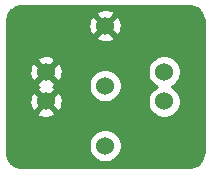
<source format=gbr>
%TF.GenerationSoftware,KiCad,Pcbnew,5.1.9+dfsg1-1+deb11u1*%
%TF.CreationDate,2023-07-29T18:46:00+09:00*%
%TF.ProjectId,probe-mount,70726f62-652d-46d6-9f75-6e742e6b6963,rev?*%
%TF.SameCoordinates,Original*%
%TF.FileFunction,Copper,L1,Top*%
%TF.FilePolarity,Positive*%
%FSLAX46Y46*%
G04 Gerber Fmt 4.6, Leading zero omitted, Abs format (unit mm)*
G04 Created by KiCad (PCBNEW 5.1.9+dfsg1-1+deb11u1) date 2023-07-29 18:46:00*
%MOMM*%
%LPD*%
G01*
G04 APERTURE LIST*
%TA.AperFunction,ComponentPad*%
%ADD10C,1.524000*%
%TD*%
%TA.AperFunction,Conductor*%
%ADD11C,0.254000*%
%TD*%
%TA.AperFunction,Conductor*%
%ADD12C,0.100000*%
%TD*%
G04 APERTURE END LIST*
D10*
%TO.P,J1,1*%
%TO.N,Net-(J1-Pad1)*%
X142500000Y-126250000D03*
%TO.P,J1,2*%
X142500000Y-123750000D03*
%TD*%
%TO.P,J2,2*%
%TO.N,Net-(J2-Pad1)*%
X152500000Y-123750000D03*
%TO.P,J2,1*%
X152500000Y-126250000D03*
%TD*%
%TO.P,J3,1*%
%TO.N,Net-(J1-Pad1)*%
X147500000Y-119840000D03*
%TO.P,J3,3*%
%TO.N,Net-(J3-Pad3)*%
X147500000Y-124920000D03*
%TO.P,J3,2*%
%TO.N,Net-(J2-Pad1)*%
X147500000Y-130000000D03*
%TD*%
D11*
%TO.N,Net-(J1-Pad1)*%
X154762684Y-118173358D02*
X155015356Y-118249645D01*
X155248406Y-118373559D01*
X155452945Y-118540378D01*
X155621190Y-118743751D01*
X155746726Y-118975924D01*
X155830543Y-119246694D01*
X155839999Y-119304047D01*
X155840001Y-130467711D01*
X155811375Y-130759660D01*
X155735965Y-131009429D01*
X155613477Y-131239794D01*
X155448579Y-131441979D01*
X155247546Y-131608288D01*
X155018046Y-131732378D01*
X154768805Y-131809531D01*
X154478911Y-131840000D01*
X140532279Y-131840000D01*
X140240340Y-131811375D01*
X139990571Y-131735965D01*
X139760206Y-131613477D01*
X139558021Y-131448579D01*
X139391712Y-131247546D01*
X139267622Y-131018046D01*
X139190469Y-130768805D01*
X139160000Y-130478911D01*
X139160000Y-129862408D01*
X146103000Y-129862408D01*
X146103000Y-130137592D01*
X146156686Y-130407490D01*
X146261995Y-130661727D01*
X146414880Y-130890535D01*
X146609465Y-131085120D01*
X146838273Y-131238005D01*
X147092510Y-131343314D01*
X147362408Y-131397000D01*
X147637592Y-131397000D01*
X147907490Y-131343314D01*
X148161727Y-131238005D01*
X148390535Y-131085120D01*
X148585120Y-130890535D01*
X148738005Y-130661727D01*
X148843314Y-130407490D01*
X148897000Y-130137592D01*
X148897000Y-129862408D01*
X148843314Y-129592510D01*
X148738005Y-129338273D01*
X148585120Y-129109465D01*
X148390535Y-128914880D01*
X148161727Y-128761995D01*
X147907490Y-128656686D01*
X147637592Y-128603000D01*
X147362408Y-128603000D01*
X147092510Y-128656686D01*
X146838273Y-128761995D01*
X146609465Y-128914880D01*
X146414880Y-129109465D01*
X146261995Y-129338273D01*
X146156686Y-129592510D01*
X146103000Y-129862408D01*
X139160000Y-129862408D01*
X139160000Y-127215565D01*
X141714040Y-127215565D01*
X141781020Y-127455656D01*
X142030048Y-127572756D01*
X142297135Y-127639023D01*
X142572017Y-127651910D01*
X142844133Y-127610922D01*
X143103023Y-127517636D01*
X143218980Y-127455656D01*
X143285960Y-127215565D01*
X142500000Y-126429605D01*
X141714040Y-127215565D01*
X139160000Y-127215565D01*
X139160000Y-126322017D01*
X141098090Y-126322017D01*
X141139078Y-126594133D01*
X141232364Y-126853023D01*
X141294344Y-126968980D01*
X141534435Y-127035960D01*
X142320395Y-126250000D01*
X142679605Y-126250000D01*
X143465565Y-127035960D01*
X143705656Y-126968980D01*
X143822756Y-126719952D01*
X143889023Y-126452865D01*
X143901910Y-126177983D01*
X143860922Y-125905867D01*
X143767636Y-125646977D01*
X143705656Y-125531020D01*
X143465565Y-125464040D01*
X142679605Y-126250000D01*
X142320395Y-126250000D01*
X141534435Y-125464040D01*
X141294344Y-125531020D01*
X141177244Y-125780048D01*
X141110977Y-126047135D01*
X141098090Y-126322017D01*
X139160000Y-126322017D01*
X139160000Y-124715565D01*
X141714040Y-124715565D01*
X141781020Y-124955656D01*
X141869290Y-124997163D01*
X141781020Y-125044344D01*
X141714040Y-125284435D01*
X142500000Y-126070395D01*
X143285960Y-125284435D01*
X143218980Y-125044344D01*
X143130710Y-125002837D01*
X143218980Y-124955656D01*
X143267312Y-124782408D01*
X146103000Y-124782408D01*
X146103000Y-125057592D01*
X146156686Y-125327490D01*
X146261995Y-125581727D01*
X146414880Y-125810535D01*
X146609465Y-126005120D01*
X146838273Y-126158005D01*
X147092510Y-126263314D01*
X147362408Y-126317000D01*
X147637592Y-126317000D01*
X147907490Y-126263314D01*
X148161727Y-126158005D01*
X148390535Y-126005120D01*
X148585120Y-125810535D01*
X148738005Y-125581727D01*
X148843314Y-125327490D01*
X148897000Y-125057592D01*
X148897000Y-124782408D01*
X148843314Y-124512510D01*
X148738005Y-124258273D01*
X148585120Y-124029465D01*
X148390535Y-123834880D01*
X148161727Y-123681995D01*
X147993731Y-123612408D01*
X151103000Y-123612408D01*
X151103000Y-123887592D01*
X151156686Y-124157490D01*
X151261995Y-124411727D01*
X151414880Y-124640535D01*
X151609465Y-124835120D01*
X151838273Y-124988005D01*
X151867231Y-125000000D01*
X151838273Y-125011995D01*
X151609465Y-125164880D01*
X151414880Y-125359465D01*
X151261995Y-125588273D01*
X151156686Y-125842510D01*
X151103000Y-126112408D01*
X151103000Y-126387592D01*
X151156686Y-126657490D01*
X151261995Y-126911727D01*
X151414880Y-127140535D01*
X151609465Y-127335120D01*
X151838273Y-127488005D01*
X152092510Y-127593314D01*
X152362408Y-127647000D01*
X152637592Y-127647000D01*
X152907490Y-127593314D01*
X153161727Y-127488005D01*
X153390535Y-127335120D01*
X153585120Y-127140535D01*
X153738005Y-126911727D01*
X153843314Y-126657490D01*
X153897000Y-126387592D01*
X153897000Y-126112408D01*
X153843314Y-125842510D01*
X153738005Y-125588273D01*
X153585120Y-125359465D01*
X153390535Y-125164880D01*
X153161727Y-125011995D01*
X153132769Y-125000000D01*
X153161727Y-124988005D01*
X153390535Y-124835120D01*
X153585120Y-124640535D01*
X153738005Y-124411727D01*
X153843314Y-124157490D01*
X153897000Y-123887592D01*
X153897000Y-123612408D01*
X153843314Y-123342510D01*
X153738005Y-123088273D01*
X153585120Y-122859465D01*
X153390535Y-122664880D01*
X153161727Y-122511995D01*
X152907490Y-122406686D01*
X152637592Y-122353000D01*
X152362408Y-122353000D01*
X152092510Y-122406686D01*
X151838273Y-122511995D01*
X151609465Y-122664880D01*
X151414880Y-122859465D01*
X151261995Y-123088273D01*
X151156686Y-123342510D01*
X151103000Y-123612408D01*
X147993731Y-123612408D01*
X147907490Y-123576686D01*
X147637592Y-123523000D01*
X147362408Y-123523000D01*
X147092510Y-123576686D01*
X146838273Y-123681995D01*
X146609465Y-123834880D01*
X146414880Y-124029465D01*
X146261995Y-124258273D01*
X146156686Y-124512510D01*
X146103000Y-124782408D01*
X143267312Y-124782408D01*
X143285960Y-124715565D01*
X142500000Y-123929605D01*
X141714040Y-124715565D01*
X139160000Y-124715565D01*
X139160000Y-123822017D01*
X141098090Y-123822017D01*
X141139078Y-124094133D01*
X141232364Y-124353023D01*
X141294344Y-124468980D01*
X141534435Y-124535960D01*
X142320395Y-123750000D01*
X142679605Y-123750000D01*
X143465565Y-124535960D01*
X143705656Y-124468980D01*
X143822756Y-124219952D01*
X143889023Y-123952865D01*
X143901910Y-123677983D01*
X143860922Y-123405867D01*
X143767636Y-123146977D01*
X143705656Y-123031020D01*
X143465565Y-122964040D01*
X142679605Y-123750000D01*
X142320395Y-123750000D01*
X141534435Y-122964040D01*
X141294344Y-123031020D01*
X141177244Y-123280048D01*
X141110977Y-123547135D01*
X141098090Y-123822017D01*
X139160000Y-123822017D01*
X139160000Y-122784435D01*
X141714040Y-122784435D01*
X142500000Y-123570395D01*
X143285960Y-122784435D01*
X143218980Y-122544344D01*
X142969952Y-122427244D01*
X142702865Y-122360977D01*
X142427983Y-122348090D01*
X142155867Y-122389078D01*
X141896977Y-122482364D01*
X141781020Y-122544344D01*
X141714040Y-122784435D01*
X139160000Y-122784435D01*
X139160000Y-120805565D01*
X146714040Y-120805565D01*
X146781020Y-121045656D01*
X147030048Y-121162756D01*
X147297135Y-121229023D01*
X147572017Y-121241910D01*
X147844133Y-121200922D01*
X148103023Y-121107636D01*
X148218980Y-121045656D01*
X148285960Y-120805565D01*
X147500000Y-120019605D01*
X146714040Y-120805565D01*
X139160000Y-120805565D01*
X139160000Y-119912017D01*
X146098090Y-119912017D01*
X146139078Y-120184133D01*
X146232364Y-120443023D01*
X146294344Y-120558980D01*
X146534435Y-120625960D01*
X147320395Y-119840000D01*
X147679605Y-119840000D01*
X148465565Y-120625960D01*
X148705656Y-120558980D01*
X148822756Y-120309952D01*
X148889023Y-120042865D01*
X148901910Y-119767983D01*
X148860922Y-119495867D01*
X148767636Y-119236977D01*
X148705656Y-119121020D01*
X148465565Y-119054040D01*
X147679605Y-119840000D01*
X147320395Y-119840000D01*
X146534435Y-119054040D01*
X146294344Y-119121020D01*
X146177244Y-119370048D01*
X146110977Y-119637135D01*
X146098090Y-119912017D01*
X139160000Y-119912017D01*
X139160000Y-119532279D01*
X139188625Y-119240341D01*
X139264035Y-118990571D01*
X139325786Y-118874435D01*
X146714040Y-118874435D01*
X147500000Y-119660395D01*
X148285960Y-118874435D01*
X148218980Y-118634344D01*
X147969952Y-118517244D01*
X147702865Y-118450977D01*
X147427983Y-118438090D01*
X147155867Y-118479078D01*
X146896977Y-118572364D01*
X146781020Y-118634344D01*
X146714040Y-118874435D01*
X139325786Y-118874435D01*
X139386522Y-118760208D01*
X139551422Y-118558020D01*
X139752450Y-118391714D01*
X139981954Y-118267622D01*
X140231195Y-118190469D01*
X140521316Y-118159976D01*
X154468083Y-118144472D01*
X154762684Y-118173358D01*
%TA.AperFunction,Conductor*%
D12*
G36*
X154762684Y-118173358D02*
G01*
X155015356Y-118249645D01*
X155248406Y-118373559D01*
X155452945Y-118540378D01*
X155621190Y-118743751D01*
X155746726Y-118975924D01*
X155830543Y-119246694D01*
X155839999Y-119304047D01*
X155840001Y-130467711D01*
X155811375Y-130759660D01*
X155735965Y-131009429D01*
X155613477Y-131239794D01*
X155448579Y-131441979D01*
X155247546Y-131608288D01*
X155018046Y-131732378D01*
X154768805Y-131809531D01*
X154478911Y-131840000D01*
X140532279Y-131840000D01*
X140240340Y-131811375D01*
X139990571Y-131735965D01*
X139760206Y-131613477D01*
X139558021Y-131448579D01*
X139391712Y-131247546D01*
X139267622Y-131018046D01*
X139190469Y-130768805D01*
X139160000Y-130478911D01*
X139160000Y-129862408D01*
X146103000Y-129862408D01*
X146103000Y-130137592D01*
X146156686Y-130407490D01*
X146261995Y-130661727D01*
X146414880Y-130890535D01*
X146609465Y-131085120D01*
X146838273Y-131238005D01*
X147092510Y-131343314D01*
X147362408Y-131397000D01*
X147637592Y-131397000D01*
X147907490Y-131343314D01*
X148161727Y-131238005D01*
X148390535Y-131085120D01*
X148585120Y-130890535D01*
X148738005Y-130661727D01*
X148843314Y-130407490D01*
X148897000Y-130137592D01*
X148897000Y-129862408D01*
X148843314Y-129592510D01*
X148738005Y-129338273D01*
X148585120Y-129109465D01*
X148390535Y-128914880D01*
X148161727Y-128761995D01*
X147907490Y-128656686D01*
X147637592Y-128603000D01*
X147362408Y-128603000D01*
X147092510Y-128656686D01*
X146838273Y-128761995D01*
X146609465Y-128914880D01*
X146414880Y-129109465D01*
X146261995Y-129338273D01*
X146156686Y-129592510D01*
X146103000Y-129862408D01*
X139160000Y-129862408D01*
X139160000Y-127215565D01*
X141714040Y-127215565D01*
X141781020Y-127455656D01*
X142030048Y-127572756D01*
X142297135Y-127639023D01*
X142572017Y-127651910D01*
X142844133Y-127610922D01*
X143103023Y-127517636D01*
X143218980Y-127455656D01*
X143285960Y-127215565D01*
X142500000Y-126429605D01*
X141714040Y-127215565D01*
X139160000Y-127215565D01*
X139160000Y-126322017D01*
X141098090Y-126322017D01*
X141139078Y-126594133D01*
X141232364Y-126853023D01*
X141294344Y-126968980D01*
X141534435Y-127035960D01*
X142320395Y-126250000D01*
X142679605Y-126250000D01*
X143465565Y-127035960D01*
X143705656Y-126968980D01*
X143822756Y-126719952D01*
X143889023Y-126452865D01*
X143901910Y-126177983D01*
X143860922Y-125905867D01*
X143767636Y-125646977D01*
X143705656Y-125531020D01*
X143465565Y-125464040D01*
X142679605Y-126250000D01*
X142320395Y-126250000D01*
X141534435Y-125464040D01*
X141294344Y-125531020D01*
X141177244Y-125780048D01*
X141110977Y-126047135D01*
X141098090Y-126322017D01*
X139160000Y-126322017D01*
X139160000Y-124715565D01*
X141714040Y-124715565D01*
X141781020Y-124955656D01*
X141869290Y-124997163D01*
X141781020Y-125044344D01*
X141714040Y-125284435D01*
X142500000Y-126070395D01*
X143285960Y-125284435D01*
X143218980Y-125044344D01*
X143130710Y-125002837D01*
X143218980Y-124955656D01*
X143267312Y-124782408D01*
X146103000Y-124782408D01*
X146103000Y-125057592D01*
X146156686Y-125327490D01*
X146261995Y-125581727D01*
X146414880Y-125810535D01*
X146609465Y-126005120D01*
X146838273Y-126158005D01*
X147092510Y-126263314D01*
X147362408Y-126317000D01*
X147637592Y-126317000D01*
X147907490Y-126263314D01*
X148161727Y-126158005D01*
X148390535Y-126005120D01*
X148585120Y-125810535D01*
X148738005Y-125581727D01*
X148843314Y-125327490D01*
X148897000Y-125057592D01*
X148897000Y-124782408D01*
X148843314Y-124512510D01*
X148738005Y-124258273D01*
X148585120Y-124029465D01*
X148390535Y-123834880D01*
X148161727Y-123681995D01*
X147993731Y-123612408D01*
X151103000Y-123612408D01*
X151103000Y-123887592D01*
X151156686Y-124157490D01*
X151261995Y-124411727D01*
X151414880Y-124640535D01*
X151609465Y-124835120D01*
X151838273Y-124988005D01*
X151867231Y-125000000D01*
X151838273Y-125011995D01*
X151609465Y-125164880D01*
X151414880Y-125359465D01*
X151261995Y-125588273D01*
X151156686Y-125842510D01*
X151103000Y-126112408D01*
X151103000Y-126387592D01*
X151156686Y-126657490D01*
X151261995Y-126911727D01*
X151414880Y-127140535D01*
X151609465Y-127335120D01*
X151838273Y-127488005D01*
X152092510Y-127593314D01*
X152362408Y-127647000D01*
X152637592Y-127647000D01*
X152907490Y-127593314D01*
X153161727Y-127488005D01*
X153390535Y-127335120D01*
X153585120Y-127140535D01*
X153738005Y-126911727D01*
X153843314Y-126657490D01*
X153897000Y-126387592D01*
X153897000Y-126112408D01*
X153843314Y-125842510D01*
X153738005Y-125588273D01*
X153585120Y-125359465D01*
X153390535Y-125164880D01*
X153161727Y-125011995D01*
X153132769Y-125000000D01*
X153161727Y-124988005D01*
X153390535Y-124835120D01*
X153585120Y-124640535D01*
X153738005Y-124411727D01*
X153843314Y-124157490D01*
X153897000Y-123887592D01*
X153897000Y-123612408D01*
X153843314Y-123342510D01*
X153738005Y-123088273D01*
X153585120Y-122859465D01*
X153390535Y-122664880D01*
X153161727Y-122511995D01*
X152907490Y-122406686D01*
X152637592Y-122353000D01*
X152362408Y-122353000D01*
X152092510Y-122406686D01*
X151838273Y-122511995D01*
X151609465Y-122664880D01*
X151414880Y-122859465D01*
X151261995Y-123088273D01*
X151156686Y-123342510D01*
X151103000Y-123612408D01*
X147993731Y-123612408D01*
X147907490Y-123576686D01*
X147637592Y-123523000D01*
X147362408Y-123523000D01*
X147092510Y-123576686D01*
X146838273Y-123681995D01*
X146609465Y-123834880D01*
X146414880Y-124029465D01*
X146261995Y-124258273D01*
X146156686Y-124512510D01*
X146103000Y-124782408D01*
X143267312Y-124782408D01*
X143285960Y-124715565D01*
X142500000Y-123929605D01*
X141714040Y-124715565D01*
X139160000Y-124715565D01*
X139160000Y-123822017D01*
X141098090Y-123822017D01*
X141139078Y-124094133D01*
X141232364Y-124353023D01*
X141294344Y-124468980D01*
X141534435Y-124535960D01*
X142320395Y-123750000D01*
X142679605Y-123750000D01*
X143465565Y-124535960D01*
X143705656Y-124468980D01*
X143822756Y-124219952D01*
X143889023Y-123952865D01*
X143901910Y-123677983D01*
X143860922Y-123405867D01*
X143767636Y-123146977D01*
X143705656Y-123031020D01*
X143465565Y-122964040D01*
X142679605Y-123750000D01*
X142320395Y-123750000D01*
X141534435Y-122964040D01*
X141294344Y-123031020D01*
X141177244Y-123280048D01*
X141110977Y-123547135D01*
X141098090Y-123822017D01*
X139160000Y-123822017D01*
X139160000Y-122784435D01*
X141714040Y-122784435D01*
X142500000Y-123570395D01*
X143285960Y-122784435D01*
X143218980Y-122544344D01*
X142969952Y-122427244D01*
X142702865Y-122360977D01*
X142427983Y-122348090D01*
X142155867Y-122389078D01*
X141896977Y-122482364D01*
X141781020Y-122544344D01*
X141714040Y-122784435D01*
X139160000Y-122784435D01*
X139160000Y-120805565D01*
X146714040Y-120805565D01*
X146781020Y-121045656D01*
X147030048Y-121162756D01*
X147297135Y-121229023D01*
X147572017Y-121241910D01*
X147844133Y-121200922D01*
X148103023Y-121107636D01*
X148218980Y-121045656D01*
X148285960Y-120805565D01*
X147500000Y-120019605D01*
X146714040Y-120805565D01*
X139160000Y-120805565D01*
X139160000Y-119912017D01*
X146098090Y-119912017D01*
X146139078Y-120184133D01*
X146232364Y-120443023D01*
X146294344Y-120558980D01*
X146534435Y-120625960D01*
X147320395Y-119840000D01*
X147679605Y-119840000D01*
X148465565Y-120625960D01*
X148705656Y-120558980D01*
X148822756Y-120309952D01*
X148889023Y-120042865D01*
X148901910Y-119767983D01*
X148860922Y-119495867D01*
X148767636Y-119236977D01*
X148705656Y-119121020D01*
X148465565Y-119054040D01*
X147679605Y-119840000D01*
X147320395Y-119840000D01*
X146534435Y-119054040D01*
X146294344Y-119121020D01*
X146177244Y-119370048D01*
X146110977Y-119637135D01*
X146098090Y-119912017D01*
X139160000Y-119912017D01*
X139160000Y-119532279D01*
X139188625Y-119240341D01*
X139264035Y-118990571D01*
X139325786Y-118874435D01*
X146714040Y-118874435D01*
X147500000Y-119660395D01*
X148285960Y-118874435D01*
X148218980Y-118634344D01*
X147969952Y-118517244D01*
X147702865Y-118450977D01*
X147427983Y-118438090D01*
X147155867Y-118479078D01*
X146896977Y-118572364D01*
X146781020Y-118634344D01*
X146714040Y-118874435D01*
X139325786Y-118874435D01*
X139386522Y-118760208D01*
X139551422Y-118558020D01*
X139752450Y-118391714D01*
X139981954Y-118267622D01*
X140231195Y-118190469D01*
X140521316Y-118159976D01*
X154468083Y-118144472D01*
X154762684Y-118173358D01*
G37*
%TD.AperFunction*%
%TD*%
M02*

</source>
